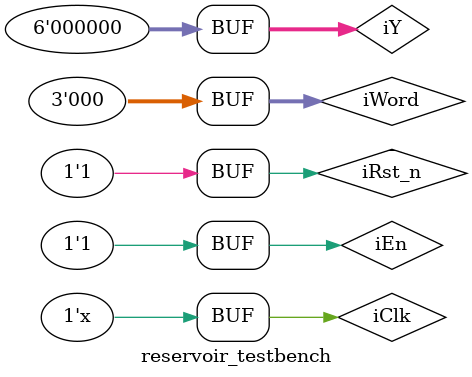
<source format=v>
`timescale 1ps/1ps
module reservoir_testbench();

reg iClk;
reg iEn;
reg [2:0] iWord;
reg [5:0] iY;
wire [8:0] oOut;
reg iRst_n;

reservoir r1(
.iClk(iClk),
.iWord(iWord),
.iY(iY),
.iRst_n(iRst_n),
.iEn(iEn),
.oOut(oOut)
);
initial
begin
	iRst_n = 0;
	iClk = 1;
	iEn = 0;
	#5 iRst_n = 1;
	iWord = 0;
	iY = 0;
	#15 iEn = 1;
	//#9 
	//iWord = 3'b111;
	//iY = 0;
	//#10
	//iWord = 3'b111;
	//iY = 6'b010101;
end

always
begin 
  #5  iClk =  ! iClk;    //создание clk 
 end


endmodule
</source>
